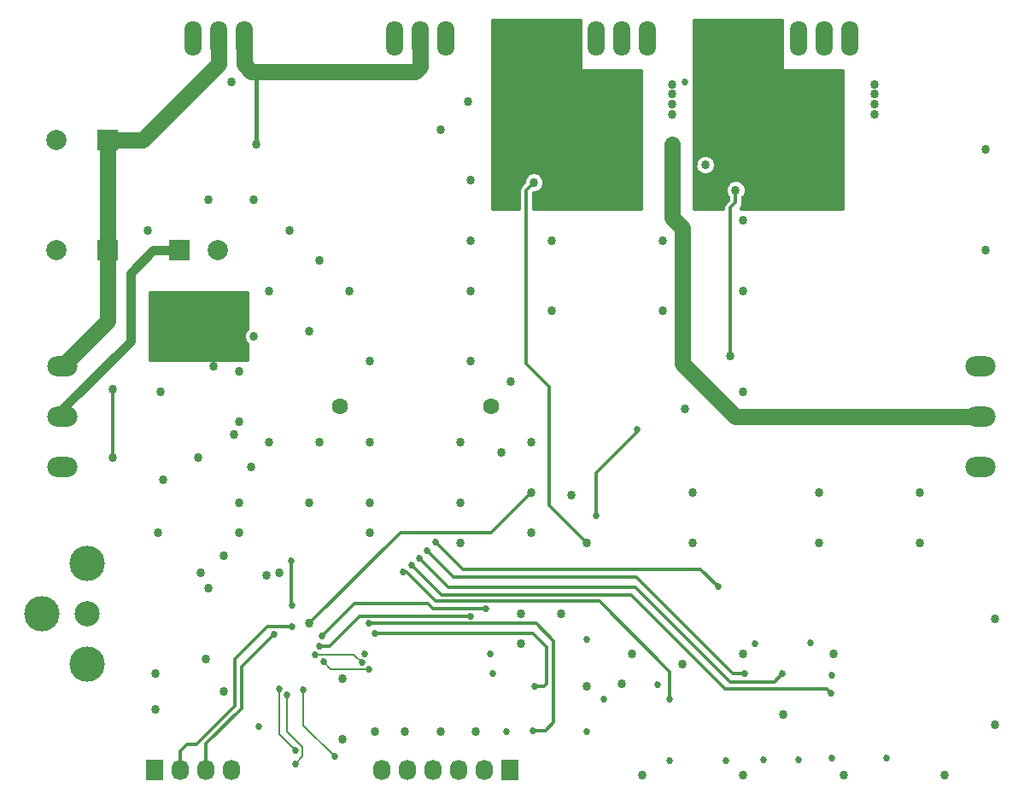
<source format=gbl>
G04 #@! TF.FileFunction,Copper,L4,Bot,Signal*
%FSLAX46Y46*%
G04 Gerber Fmt 4.6, Leading zero omitted, Abs format (unit mm)*
G04 Created by KiCad (PCBNEW (2014-11-23 BZR 5300)-product) date Mon 09 Feb 2015 01:31:51 PM EST*
%MOMM*%
G01*
G04 APERTURE LIST*
%ADD10C,0.100000*%
%ADD11R,1.998980X1.998980*%
%ADD12C,1.998980*%
%ADD13C,1.600000*%
%ADD14O,3.000000X2.000000*%
%ADD15R,1.727200X2.032000*%
%ADD16O,1.727200X2.032000*%
%ADD17C,3.500000*%
%ADD18C,2.500000*%
%ADD19O,1.699260X3.500120*%
%ADD20C,0.690000*%
%ADD21C,0.685800*%
%ADD22C,0.863600*%
%ADD23C,0.914400*%
%ADD24C,0.152400*%
%ADD25C,1.625600*%
%ADD26C,0.304800*%
%ADD27C,0.203200*%
%ADD28C,0.406400*%
%ADD29C,1.219200*%
G04 APERTURE END LIST*
D10*
D11*
X52040000Y-76000000D03*
D12*
X46960000Y-76000000D03*
D13*
X90000000Y-91500000D03*
X75000000Y-91500000D03*
D11*
X52040000Y-65000000D03*
D12*
X46960000Y-65000000D03*
D14*
X47500000Y-92500000D03*
X47500000Y-97500000D03*
X47500000Y-87500000D03*
X138500000Y-92500000D03*
X138500000Y-87500000D03*
X138500000Y-97500000D03*
D15*
X91850000Y-127500000D03*
D16*
X89310000Y-127500000D03*
X86770000Y-127500000D03*
X84230000Y-127500000D03*
X81690000Y-127500000D03*
X79150000Y-127500000D03*
D15*
X56690000Y-127500000D03*
D16*
X59230000Y-127500000D03*
X61770000Y-127500000D03*
X64310000Y-127500000D03*
D17*
X45500000Y-112000000D03*
X50000000Y-107000000D03*
X50000000Y-117000000D03*
D18*
X50000000Y-112000000D03*
D19*
X123000000Y-55000000D03*
X120460000Y-55000000D03*
X125540000Y-55000000D03*
X103000000Y-55000000D03*
X100460000Y-55000000D03*
X105540000Y-55000000D03*
X63000000Y-55000000D03*
X60460000Y-55000000D03*
X65540000Y-55000000D03*
X83000000Y-55000000D03*
X80460000Y-55000000D03*
X85540000Y-55000000D03*
D11*
X59095000Y-76000000D03*
D12*
X62905000Y-76000000D03*
D20*
X114000000Y-62750000D03*
X114000000Y-61250000D03*
X116000000Y-61250000D03*
X116000000Y-62750000D03*
X94000000Y-62750000D03*
X94000000Y-61250000D03*
X96000000Y-61250000D03*
X96000000Y-62750000D03*
D21*
X109250000Y-59250000D03*
D22*
X111250000Y-67500000D03*
X87750000Y-61250000D03*
X119000000Y-122000000D03*
X124000000Y-116000000D03*
X115000000Y-116000000D03*
X109000000Y-117000000D03*
X103000000Y-119000000D03*
X104000000Y-116000000D03*
X93000000Y-115000000D03*
X97000000Y-112000000D03*
X93000000Y-112000000D03*
X94000000Y-104000000D03*
X115000000Y-90000000D03*
X115000000Y-80000000D03*
X115000000Y-73000000D03*
X57000000Y-104000000D03*
X65000000Y-104000000D03*
X78000000Y-104000000D03*
X87000000Y-105000000D03*
X87000000Y-101000000D03*
X78000000Y-101000000D03*
X72000000Y-101000000D03*
X65000000Y-101000000D03*
X65000000Y-88000000D03*
X65000000Y-93000000D03*
X68000000Y-95000000D03*
X73000000Y-95000000D03*
X91000000Y-96000000D03*
X87000000Y-95000000D03*
X78000000Y-95000000D03*
X56000000Y-74000000D03*
X76000000Y-80000000D03*
X73000000Y-77000000D03*
X70000000Y-74000000D03*
X62000000Y-71000000D03*
X68000000Y-80000000D03*
X72000000Y-84000000D03*
X78000000Y-87000000D03*
X92000000Y-89000000D03*
X88000000Y-87000000D03*
X85000000Y-64000000D03*
X88000000Y-69000000D03*
X88000000Y-75000000D03*
X88000000Y-80000000D03*
X96000000Y-75000000D03*
X96000000Y-82000000D03*
X107000000Y-75000000D03*
X107000000Y-82000000D03*
X139000000Y-66000000D03*
X139000000Y-76000000D03*
X105000000Y-128000000D03*
X115000000Y-128000000D03*
X125000000Y-128000000D03*
X135000000Y-128000000D03*
X140000000Y-123000000D03*
X140000000Y-112500000D03*
X132500000Y-105000000D03*
X122500000Y-105000000D03*
X110000000Y-105000000D03*
X110000000Y-100000000D03*
X122500000Y-100000000D03*
X132500000Y-100000000D03*
D21*
X118000000Y-62750000D03*
X118000000Y-61250000D03*
D22*
X118000000Y-59250000D03*
D21*
X118000000Y-60500000D03*
X118000000Y-62000000D03*
X118000000Y-63500000D03*
X112000000Y-61250000D03*
X112000000Y-62750000D03*
D22*
X110500000Y-64500000D03*
D21*
X112000000Y-63500000D03*
X112000000Y-62000000D03*
X112000000Y-60500000D03*
X98000000Y-62750000D03*
X98000000Y-61250000D03*
X98000000Y-60500000D03*
X98000000Y-62000000D03*
X98000000Y-63500000D03*
D22*
X98250000Y-59250000D03*
D21*
X92000000Y-61250000D03*
X92000000Y-62750000D03*
X92000000Y-62000000D03*
X92000000Y-60500000D03*
X92000000Y-63500000D03*
D22*
X90500000Y-63750000D03*
X128000000Y-60500000D03*
X128000000Y-59500000D03*
X128000000Y-61500000D03*
X128000000Y-62500000D03*
X108000000Y-61500000D03*
X108000000Y-59500000D03*
X108000000Y-60500000D03*
X108000000Y-62500000D03*
X97750000Y-66750000D03*
X117750000Y-66750000D03*
X57250000Y-90000000D03*
X61000000Y-96500000D03*
X64500000Y-94250000D03*
X64250000Y-59250000D03*
X66500000Y-71000000D03*
X56750000Y-118000000D03*
X63500000Y-119750000D03*
X56750000Y-121500000D03*
X75250000Y-124500000D03*
X78500000Y-123750000D03*
X81500000Y-123750000D03*
X85000000Y-123750000D03*
X88500000Y-123750000D03*
X67750000Y-108250000D03*
X69000000Y-108000000D03*
X75250000Y-118500000D03*
X99500000Y-119250000D03*
X61250000Y-108000000D03*
X63500000Y-106250000D03*
D21*
X99500000Y-123700000D03*
X90200000Y-118000000D03*
X91500000Y-123700000D03*
X121700000Y-114900000D03*
X116200000Y-115000000D03*
X123800000Y-126300000D03*
X129200000Y-126300000D03*
X120500000Y-126500000D03*
X117000000Y-126500000D03*
X113300000Y-126600000D03*
X107700000Y-126600000D03*
D22*
X109250000Y-91750000D03*
X98000000Y-100250000D03*
X94000000Y-95000000D03*
X57500000Y-98750000D03*
X66500000Y-84500000D03*
D21*
X98750000Y-60500000D03*
X98750000Y-61250000D03*
X98750000Y-62000000D03*
X98750000Y-62750000D03*
X98750000Y-63500000D03*
X118750000Y-60500000D03*
X118750000Y-61250000D03*
X118750000Y-62000000D03*
X118750000Y-62750000D03*
X118750000Y-63500000D03*
X58000000Y-85000000D03*
X64000000Y-85000000D03*
X64000000Y-84000000D03*
X64000000Y-83000000D03*
X64000000Y-82000000D03*
X63000000Y-82000000D03*
X62000000Y-82000000D03*
X61000000Y-82000000D03*
X60000000Y-82000000D03*
X59000000Y-82000000D03*
X58000000Y-82000000D03*
X58000000Y-83000000D03*
X58000000Y-84000000D03*
D22*
X62000000Y-109500000D03*
X61750000Y-116500000D03*
D21*
X77500000Y-116000000D03*
X89900000Y-116000000D03*
X106500000Y-119100000D03*
X123800000Y-118100000D03*
D22*
X62500000Y-87500000D03*
D21*
X67000000Y-123250000D03*
D22*
X108000000Y-68500000D03*
X108000000Y-67500000D03*
X108000000Y-65500000D03*
X108000000Y-66500000D03*
X52500000Y-89750000D03*
X52500000Y-96500000D03*
D21*
X73400000Y-116800000D03*
X77900000Y-117500000D03*
D22*
X66750000Y-65500000D03*
D21*
X70300000Y-111200000D03*
X70200000Y-106800000D03*
X112500000Y-109300000D03*
X84500000Y-104900000D03*
X77200000Y-116900000D03*
X72600000Y-116100000D03*
X100450000Y-102300000D03*
X104500000Y-93750000D03*
X74500000Y-126200000D03*
X71400000Y-119600000D03*
X70600000Y-125600000D03*
X69000000Y-119500000D03*
X70300000Y-113300000D03*
X68500000Y-114100000D03*
X82100000Y-107200000D03*
X123700000Y-119900000D03*
X81300000Y-107900000D03*
X107750000Y-120500000D03*
D22*
X94000000Y-100000000D03*
X72000000Y-113000000D03*
X114250000Y-70000000D03*
X113750000Y-86500000D03*
X94250000Y-69250000D03*
X99500000Y-105000000D03*
D21*
X70600000Y-126900000D03*
X69800000Y-120100000D03*
X88000000Y-112250000D03*
X73000000Y-115250000D03*
X73250000Y-114250000D03*
X89500000Y-111500000D03*
X99500000Y-114600000D03*
X101200000Y-120500000D03*
D22*
X66250000Y-97500000D03*
D21*
X78500000Y-114000000D03*
X94300000Y-119200000D03*
X77900000Y-113000000D03*
X94200000Y-123600000D03*
X83700000Y-105800000D03*
X115200000Y-118000000D03*
X82900000Y-106500000D03*
X118900000Y-118000000D03*
D23*
X56500000Y-76000000D02*
X59095000Y-76000000D01*
X54250000Y-78250000D02*
X56500000Y-76000000D01*
X54250000Y-85000000D02*
X54250000Y-78250000D01*
X47500000Y-91750000D02*
X54250000Y-85000000D01*
X47500000Y-92500000D02*
X47500000Y-91750000D01*
D24*
X64000000Y-84000000D02*
X64000000Y-85000000D01*
X64000000Y-82000000D02*
X64000000Y-83000000D01*
X62000000Y-82000000D02*
X63000000Y-82000000D01*
X60000000Y-82000000D02*
X61000000Y-82000000D01*
X58000000Y-82000000D02*
X59000000Y-82000000D01*
X58000000Y-84000000D02*
X58000000Y-83000000D01*
D25*
X108000000Y-65500000D02*
X108000000Y-72750000D01*
X108000000Y-72750000D02*
X109000000Y-73750000D01*
X109000000Y-73750000D02*
X109000000Y-87250000D01*
X109000000Y-87250000D02*
X114250000Y-92500000D01*
X114250000Y-92500000D02*
X138500000Y-92500000D01*
D23*
X138250000Y-92250000D02*
X138500000Y-92500000D01*
D25*
X63000000Y-57500000D02*
X55500000Y-65000000D01*
X55500000Y-65000000D02*
X52040000Y-65000000D01*
X63000000Y-55000000D02*
X63000000Y-57500000D01*
X52040000Y-65000000D02*
X52040000Y-76000000D01*
X52040000Y-82960000D02*
X47500000Y-87500000D01*
X52040000Y-76000000D02*
X52040000Y-82960000D01*
D26*
X52500000Y-96500000D02*
X52500000Y-89750000D01*
D27*
X73400000Y-116800000D02*
X74100000Y-117500000D01*
X74100000Y-117500000D02*
X77900000Y-117500000D01*
D28*
X66750000Y-58750000D02*
X66500000Y-58500000D01*
D29*
X65540000Y-57540000D02*
X66500000Y-58500000D01*
D28*
X66750000Y-65500000D02*
X66750000Y-58750000D01*
D25*
X66250000Y-58250000D02*
X82500000Y-58250000D01*
X82500000Y-58250000D02*
X83000000Y-57750000D01*
X83000000Y-57750000D02*
X83000000Y-55000000D01*
X65540000Y-57540000D02*
X66250000Y-58250000D01*
X65540000Y-55000000D02*
X65540000Y-57540000D01*
D26*
X70300000Y-111200000D02*
X70200000Y-111100000D01*
X70200000Y-111100000D02*
X70200000Y-106800000D01*
X110800000Y-107600000D02*
X112500000Y-109300000D01*
X87200000Y-107600000D02*
X110800000Y-107600000D01*
X84500000Y-104900000D02*
X87200000Y-107600000D01*
D27*
X77200000Y-116900000D02*
X76400000Y-116100000D01*
X76400000Y-116100000D02*
X72600000Y-116100000D01*
D26*
X100450000Y-102300000D02*
X100500000Y-102250000D01*
X104500000Y-94000000D02*
X104500000Y-93750000D01*
X100450000Y-98050000D02*
X104500000Y-94000000D01*
X100450000Y-102300000D02*
X100450000Y-98050000D01*
D27*
X74500000Y-126200000D02*
X71400000Y-123100000D01*
X71400000Y-123100000D02*
X71400000Y-119600000D01*
X70600000Y-125600000D02*
X69000000Y-124000000D01*
X69000000Y-124000000D02*
X69000000Y-119500000D01*
D26*
X70300000Y-113300000D02*
X67800000Y-113300000D01*
X67800000Y-113300000D02*
X64600000Y-116500000D01*
X64600000Y-116500000D02*
X64600000Y-121200000D01*
X64600000Y-121200000D02*
X60800000Y-125000000D01*
X60800000Y-125000000D02*
X59900000Y-125000000D01*
X59900000Y-125000000D02*
X59230000Y-125670000D01*
X59230000Y-125670000D02*
X59230000Y-127500000D01*
X68500000Y-114100000D02*
X65300000Y-117300000D01*
X65300000Y-117300000D02*
X65300000Y-121400000D01*
X65300000Y-121400000D02*
X61770000Y-124930000D01*
X61770000Y-124930000D02*
X61770000Y-127500000D01*
X82100000Y-107200000D02*
X85100000Y-110200000D01*
X85100000Y-110200000D02*
X103900000Y-110200000D01*
X103900000Y-110200000D02*
X113200000Y-119500000D01*
X113200000Y-119500000D02*
X123300000Y-119500000D01*
X123300000Y-119500000D02*
X123700000Y-119900000D01*
X81300000Y-107900000D02*
X81400000Y-107900000D01*
X81300000Y-107900000D02*
X81400000Y-107900000D01*
X107750000Y-117750000D02*
X107750000Y-120500000D01*
X100750000Y-110750000D02*
X107750000Y-117750000D01*
X84500000Y-110750000D02*
X100750000Y-110750000D01*
X81650000Y-107900000D02*
X84500000Y-110750000D01*
X81300000Y-107900000D02*
X81650000Y-107900000D01*
X90000000Y-104000000D02*
X94000000Y-100000000D01*
X81000000Y-104000000D02*
X90000000Y-104000000D01*
X72000000Y-113000000D02*
X81000000Y-104000000D01*
X114250000Y-71250000D02*
X114250000Y-70000000D01*
X113750000Y-71750000D02*
X114250000Y-71250000D01*
X113750000Y-86500000D02*
X113750000Y-71750000D01*
X93500000Y-70000000D02*
X94250000Y-69250000D01*
X93500000Y-87250000D02*
X93500000Y-70000000D01*
X95750000Y-89500000D02*
X93500000Y-87250000D01*
X95750000Y-101250000D02*
X95750000Y-89500000D01*
X99500000Y-105000000D02*
X95750000Y-101250000D01*
D27*
X70600000Y-126900000D02*
X71300000Y-126200000D01*
X71300000Y-126200000D02*
X71300000Y-125200000D01*
X71300000Y-125200000D02*
X69800000Y-123700000D01*
X69800000Y-123700000D02*
X69800000Y-120100000D01*
D26*
X77000000Y-112250000D02*
X88000000Y-112250000D01*
X74000000Y-115250000D02*
X77000000Y-112250000D01*
X73000000Y-115250000D02*
X74000000Y-115250000D01*
X83750000Y-111000000D02*
X84250000Y-111500000D01*
X84250000Y-111500000D02*
X86000000Y-111500000D01*
X82000000Y-111000000D02*
X83500000Y-111000000D01*
X76500000Y-111000000D02*
X82000000Y-111000000D01*
X73250000Y-114250000D02*
X76500000Y-111000000D01*
X83500000Y-111000000D02*
X83750000Y-111000000D01*
X86000000Y-111500000D02*
X89500000Y-111500000D01*
X78500000Y-114000000D02*
X87700000Y-114000000D01*
X87700000Y-114000000D02*
X94200000Y-114000000D01*
X94200000Y-114000000D02*
X95500000Y-115300000D01*
X95500000Y-115300000D02*
X95500000Y-119000000D01*
X95500000Y-119000000D02*
X95300000Y-119200000D01*
X95300000Y-119200000D02*
X94300000Y-119200000D01*
X77900000Y-113000000D02*
X94500000Y-113000000D01*
X94500000Y-113000000D02*
X96200000Y-114700000D01*
X96200000Y-114700000D02*
X96200000Y-122800000D01*
X96200000Y-122800000D02*
X95400000Y-123600000D01*
X95400000Y-123600000D02*
X94200000Y-123600000D01*
X83700000Y-105800000D02*
X86300000Y-108400000D01*
X86300000Y-108400000D02*
X104400000Y-108400000D01*
X104400000Y-108400000D02*
X114000000Y-118000000D01*
X114000000Y-118000000D02*
X115200000Y-118000000D01*
X82900000Y-106500000D02*
X85800000Y-109400000D01*
X85800000Y-109400000D02*
X104300000Y-109400000D01*
X104300000Y-109400000D02*
X113700000Y-118800000D01*
X113700000Y-118800000D02*
X118100000Y-118800000D01*
X118100000Y-118800000D02*
X118900000Y-118000000D01*
D28*
G36*
X124796800Y-71796800D02*
X114780830Y-71796800D01*
X114788815Y-71788815D01*
X114788816Y-71788815D01*
X114887834Y-71640623D01*
X114953996Y-71541605D01*
X114953996Y-71541604D01*
X115012000Y-71250000D01*
X115012000Y-70710807D01*
X115132341Y-70590676D01*
X115291219Y-70208056D01*
X115291580Y-69793762D01*
X115133371Y-69410865D01*
X114840676Y-69117659D01*
X114458056Y-68958781D01*
X114043762Y-68958420D01*
X113660865Y-69116629D01*
X113367659Y-69409324D01*
X113208781Y-69791944D01*
X113208420Y-70206238D01*
X113366629Y-70589135D01*
X113488000Y-70710717D01*
X113488000Y-70934369D01*
X113211185Y-71211185D01*
X113046004Y-71458395D01*
X112988000Y-71750000D01*
X112988000Y-71796800D01*
X112291580Y-71796800D01*
X112291580Y-67293762D01*
X112133371Y-66910865D01*
X111840676Y-66617659D01*
X111458056Y-66458781D01*
X111043762Y-66458420D01*
X110660865Y-66616629D01*
X110367659Y-66909324D01*
X110208781Y-67291944D01*
X110208420Y-67706238D01*
X110366629Y-68089135D01*
X110659324Y-68382341D01*
X111041944Y-68541219D01*
X111456238Y-68541580D01*
X111839135Y-68383371D01*
X112132341Y-68090676D01*
X112291219Y-67708056D01*
X112291580Y-67293762D01*
X112291580Y-71796800D01*
X110203200Y-71796800D01*
X110203200Y-71000000D01*
X110203200Y-55000000D01*
X110203200Y-53203200D01*
X118796800Y-53203200D01*
X118796800Y-55000000D01*
X118796800Y-58203200D01*
X124796800Y-58203200D01*
X124796800Y-71000000D01*
X124796800Y-71796800D01*
X124796800Y-71796800D01*
G37*
X124796800Y-71796800D02*
X114780830Y-71796800D01*
X114788815Y-71788815D01*
X114788816Y-71788815D01*
X114887834Y-71640623D01*
X114953996Y-71541605D01*
X114953996Y-71541604D01*
X115012000Y-71250000D01*
X115012000Y-70710807D01*
X115132341Y-70590676D01*
X115291219Y-70208056D01*
X115291580Y-69793762D01*
X115133371Y-69410865D01*
X114840676Y-69117659D01*
X114458056Y-68958781D01*
X114043762Y-68958420D01*
X113660865Y-69116629D01*
X113367659Y-69409324D01*
X113208781Y-69791944D01*
X113208420Y-70206238D01*
X113366629Y-70589135D01*
X113488000Y-70710717D01*
X113488000Y-70934369D01*
X113211185Y-71211185D01*
X113046004Y-71458395D01*
X112988000Y-71750000D01*
X112988000Y-71796800D01*
X112291580Y-71796800D01*
X112291580Y-67293762D01*
X112133371Y-66910865D01*
X111840676Y-66617659D01*
X111458056Y-66458781D01*
X111043762Y-66458420D01*
X110660865Y-66616629D01*
X110367659Y-66909324D01*
X110208781Y-67291944D01*
X110208420Y-67706238D01*
X110366629Y-68089135D01*
X110659324Y-68382341D01*
X111041944Y-68541219D01*
X111456238Y-68541580D01*
X111839135Y-68383371D01*
X112132341Y-68090676D01*
X112291219Y-67708056D01*
X112291580Y-67293762D01*
X112291580Y-71796800D01*
X110203200Y-71796800D01*
X110203200Y-71000000D01*
X110203200Y-55000000D01*
X110203200Y-53203200D01*
X118796800Y-53203200D01*
X118796800Y-55000000D01*
X118796800Y-58203200D01*
X124796800Y-58203200D01*
X124796800Y-71000000D01*
X124796800Y-71796800D01*
G36*
X104796800Y-71796800D02*
X94262000Y-71796800D01*
X94262000Y-70315630D01*
X94286198Y-70291431D01*
X94456238Y-70291580D01*
X94839135Y-70133371D01*
X95132341Y-69840676D01*
X95291219Y-69458056D01*
X95291580Y-69043762D01*
X95133371Y-68660865D01*
X94840676Y-68367659D01*
X94458056Y-68208781D01*
X94043762Y-68208420D01*
X93660865Y-68366629D01*
X93367659Y-68659324D01*
X93208781Y-69041944D01*
X93208631Y-69213738D01*
X92961185Y-69461185D01*
X92796004Y-69708395D01*
X92738000Y-70000000D01*
X92738000Y-71796800D01*
X90203200Y-71796800D01*
X90203200Y-71000000D01*
X90203200Y-58000000D01*
X90203200Y-55000000D01*
X90203200Y-53203200D01*
X98796800Y-53203200D01*
X98796800Y-55000000D01*
X98796800Y-58203200D01*
X104796800Y-58203200D01*
X104796800Y-71000000D01*
X104796800Y-71796800D01*
X104796800Y-71796800D01*
G37*
X104796800Y-71796800D02*
X94262000Y-71796800D01*
X94262000Y-70315630D01*
X94286198Y-70291431D01*
X94456238Y-70291580D01*
X94839135Y-70133371D01*
X95132341Y-69840676D01*
X95291219Y-69458056D01*
X95291580Y-69043762D01*
X95133371Y-68660865D01*
X94840676Y-68367659D01*
X94458056Y-68208781D01*
X94043762Y-68208420D01*
X93660865Y-68366629D01*
X93367659Y-68659324D01*
X93208781Y-69041944D01*
X93208631Y-69213738D01*
X92961185Y-69461185D01*
X92796004Y-69708395D01*
X92738000Y-70000000D01*
X92738000Y-71796800D01*
X90203200Y-71796800D01*
X90203200Y-71000000D01*
X90203200Y-58000000D01*
X90203200Y-55000000D01*
X90203200Y-53203200D01*
X98796800Y-53203200D01*
X98796800Y-55000000D01*
X98796800Y-58203200D01*
X104796800Y-58203200D01*
X104796800Y-71000000D01*
X104796800Y-71796800D01*
G36*
X65796800Y-86796800D02*
X56203200Y-86796800D01*
X56203200Y-86000000D01*
X56203200Y-80203200D01*
X65796800Y-80203200D01*
X65796800Y-83730495D01*
X65617659Y-83909324D01*
X65458781Y-84291944D01*
X65458420Y-84706238D01*
X65616629Y-85089135D01*
X65796800Y-85269620D01*
X65796800Y-86796800D01*
X65796800Y-86796800D01*
G37*
X65796800Y-86796800D02*
X56203200Y-86796800D01*
X56203200Y-86000000D01*
X56203200Y-80203200D01*
X65796800Y-80203200D01*
X65796800Y-83730495D01*
X65617659Y-83909324D01*
X65458781Y-84291944D01*
X65458420Y-84706238D01*
X65616629Y-85089135D01*
X65796800Y-85269620D01*
X65796800Y-86796800D01*
M02*

</source>
